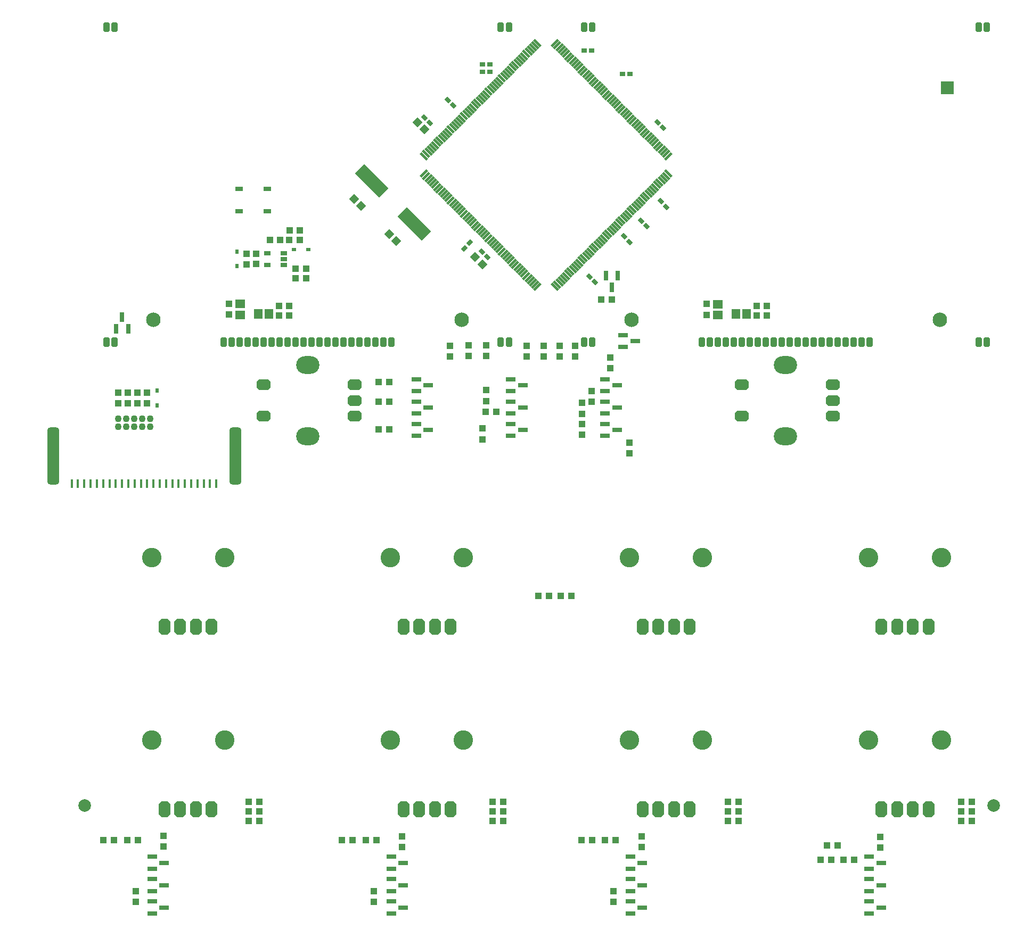
<source format=gbs>
G04*
G04 #@! TF.GenerationSoftware,Altium Limited,Altium Designer,22.1.2 (22)*
G04*
G04 Layer_Color=16711935*
%FSLAX44Y44*%
%MOMM*%
G71*
G04*
G04 #@! TF.SameCoordinates,E984ECC1-2850-43E0-9178-450474204A0E*
G04*
G04*
G04 #@! TF.FilePolarity,Negative*
G04*
G01*
G75*
%ADD29R,1.1016X1.0016*%
%ADD31C,2.0000*%
%ADD32R,2.0000X2.0000*%
%ADD33R,1.0016X1.1016*%
%ADD41R,1.4016X1.6016*%
%ADD42R,1.1016X1.1016*%
%ADD43C,2.3016*%
G04:AMPARAMS|DCode=44|XSize=1.0016mm|YSize=1.6016mm|CornerRadius=0mm|HoleSize=0mm|Usage=FLASHONLY|Rotation=180.000|XOffset=0mm|YOffset=0mm|HoleType=Round|Shape=Octagon|*
%AMOCTAGOND44*
4,1,8,0.2504,-0.8008,-0.2504,-0.8008,-0.5008,-0.5504,-0.5008,0.5504,-0.2504,0.8008,0.2504,0.8008,0.5008,0.5504,0.5008,-0.5504,0.2504,-0.8008,0.0*
%
%ADD44OCTAGOND44*%

G04:AMPARAMS|DCode=45|XSize=1.9016mm|YSize=2.6016mm|CornerRadius=0mm|HoleSize=0mm|Usage=FLASHONLY|Rotation=0.000|XOffset=0mm|YOffset=0mm|HoleType=Round|Shape=Octagon|*
%AMOCTAGOND45*
4,1,8,-0.4754,1.3008,0.4754,1.3008,0.9508,0.8254,0.9508,-0.8254,0.4754,-1.3008,-0.4754,-1.3008,-0.9508,-0.8254,-0.9508,0.8254,-0.4754,1.3008,0.0*
%
%ADD45OCTAGOND45*%

%ADD46C,3.1016*%
%ADD47C,1.1016*%
%ADD48O,3.7016X2.8016*%
G04:AMPARAMS|DCode=49|XSize=1.7016mm|YSize=2.2016mm|CornerRadius=0mm|HoleSize=0mm|Usage=FLASHONLY|Rotation=90.000|XOffset=0mm|YOffset=0mm|HoleType=Round|Shape=Octagon|*
%AMOCTAGOND49*
4,1,8,-1.1008,-0.4254,-1.1008,0.4254,-0.6754,0.8508,0.6754,0.8508,1.1008,0.4254,1.1008,-0.4254,0.6754,-0.8508,-0.6754,-0.8508,-1.1008,-0.4254,0.0*
%
%ADD49OCTAGOND49*%

G04:AMPARAMS|DCode=79|XSize=5.4991mm|YSize=2.1082mm|CornerRadius=0mm|HoleSize=0mm|Usage=FLASHONLY|Rotation=315.000|XOffset=0mm|YOffset=0mm|HoleType=Round|Shape=Rectangle|*
%AMROTATEDRECTD79*
4,1,4,-2.6896,1.1989,-1.1989,2.6896,2.6896,-1.1989,1.1989,-2.6896,-2.6896,1.1989,0.0*
%
%ADD79ROTATEDRECTD79*%

G04:AMPARAMS|DCode=85|XSize=9.1016mm|YSize=1.9016mm|CornerRadius=0.5008mm|HoleSize=0mm|Usage=FLASHONLY|Rotation=270.000|XOffset=0mm|YOffset=0mm|HoleType=Round|Shape=RoundedRectangle|*
%AMROUNDEDRECTD85*
21,1,9.1016,0.9000,0,0,270.0*
21,1,8.1000,1.9016,0,0,270.0*
1,1,1.0016,-0.4500,-4.0500*
1,1,1.0016,-0.4500,4.0500*
1,1,1.0016,0.4500,4.0500*
1,1,1.0016,0.4500,-4.0500*
%
%ADD85ROUNDEDRECTD85*%
%ADD86R,0.4016X1.4016*%
%ADD87R,1.6016X0.7016*%
%ADD88P,1.5579X4X90.0*%
G04:AMPARAMS|DCode=89|XSize=0.7016mm|YSize=0.9016mm|CornerRadius=0mm|HoleSize=0mm|Usage=FLASHONLY|Rotation=225.000|XOffset=0mm|YOffset=0mm|HoleType=Round|Shape=Rectangle|*
%AMROTATEDRECTD89*
4,1,4,-0.0707,0.5668,0.5668,-0.0707,0.0707,-0.5668,-0.5668,0.0707,-0.0707,0.5668,0.0*
%
%ADD89ROTATEDRECTD89*%

G04:AMPARAMS|DCode=90|XSize=0.7016mm|YSize=0.9016mm|CornerRadius=0mm|HoleSize=0mm|Usage=FLASHONLY|Rotation=315.000|XOffset=0mm|YOffset=0mm|HoleType=Round|Shape=Rectangle|*
%AMROTATEDRECTD90*
4,1,4,-0.5668,-0.0707,0.0707,0.5668,0.5668,0.0707,-0.0707,-0.5668,-0.5668,-0.0707,0.0*
%
%ADD90ROTATEDRECTD90*%

%ADD91R,0.9016X0.7016*%
%ADD92R,0.7016X1.6016*%
%ADD93R,1.6016X1.4016*%
%ADD94R,1.1016X1.1016*%
%ADD95R,1.1016X0.7016*%
G04:AMPARAMS|DCode=96|XSize=0.4016mm|YSize=1.5516mm|CornerRadius=0mm|HoleSize=0mm|Usage=FLASHONLY|Rotation=315.000|XOffset=0mm|YOffset=0mm|HoleType=Round|Shape=Rectangle|*
%AMROTATEDRECTD96*
4,1,4,-0.6906,-0.4066,0.4066,0.6906,0.6906,0.4066,-0.4066,-0.6906,-0.6906,-0.4066,0.0*
%
%ADD96ROTATEDRECTD96*%

G04:AMPARAMS|DCode=97|XSize=0.4016mm|YSize=1.5516mm|CornerRadius=0mm|HoleSize=0mm|Usage=FLASHONLY|Rotation=45.000|XOffset=0mm|YOffset=0mm|HoleType=Round|Shape=Rectangle|*
%AMROTATEDRECTD97*
4,1,4,0.4066,-0.6906,-0.6906,0.4066,-0.4066,0.6906,0.6906,-0.4066,0.4066,-0.6906,0.0*
%
%ADD97ROTATEDRECTD97*%

%ADD98R,0.5516X0.8016*%
%ADD99R,1.2016X0.8016*%
%ADD100R,0.8016X0.5516*%
D29*
X527793Y66920D02*
D03*
Y49920D02*
D03*
X908126Y66802D02*
D03*
Y49802D02*
D03*
X1287793Y66233D02*
D03*
Y49233D02*
D03*
X147793Y67597D02*
D03*
Y50597D02*
D03*
X858190Y828635D02*
D03*
Y811635D02*
D03*
X725175Y847883D02*
D03*
Y830883D02*
D03*
X802652Y847883D02*
D03*
Y830883D02*
D03*
X777808Y847883D02*
D03*
Y830883D02*
D03*
X752807Y847493D02*
D03*
Y830492D02*
D03*
X661221Y848531D02*
D03*
Y831532D02*
D03*
X633400Y848143D02*
D03*
Y831143D02*
D03*
X603843Y847883D02*
D03*
Y830883D02*
D03*
X75870Y773040D02*
D03*
Y756040D02*
D03*
X104243Y-20147D02*
D03*
Y-37147D02*
D03*
X121590Y773040D02*
D03*
Y756040D02*
D03*
X280455Y994342D02*
D03*
X280455Y977342D02*
D03*
X482296Y-20150D02*
D03*
Y-37150D02*
D03*
X813796Y706310D02*
D03*
Y723310D02*
D03*
X813526Y739530D02*
D03*
Y756530D02*
D03*
X829110Y775580D02*
D03*
Y758580D02*
D03*
X889163Y676559D02*
D03*
Y693559D02*
D03*
X1011860Y897010D02*
D03*
Y914010D02*
D03*
X91110Y773040D02*
D03*
Y756040D02*
D03*
X106350Y773040D02*
D03*
Y756040D02*
D03*
X252400Y897400D02*
D03*
Y914400D02*
D03*
X654990Y698890D02*
D03*
Y715890D02*
D03*
X661221Y759850D02*
D03*
Y776850D02*
D03*
X863270Y-20150D02*
D03*
Y-37150D02*
D03*
D31*
X1467790Y115570D02*
D03*
X22530D02*
D03*
D32*
X1394386Y1257996D02*
D03*
D33*
X1433440Y91440D02*
D03*
X1416440D02*
D03*
X1433440Y106620D02*
D03*
X1416440D02*
D03*
X1433440Y122340D02*
D03*
X1416440D02*
D03*
X1062727Y91440D02*
D03*
X1045727D02*
D03*
X1062727Y106620D02*
D03*
X1045727D02*
D03*
X1062727Y122340D02*
D03*
X1045727D02*
D03*
X687950Y91440D02*
D03*
X670950D02*
D03*
X687950Y106620D02*
D03*
X670950D02*
D03*
X687950Y122340D02*
D03*
X670950D02*
D03*
X300302Y91367D02*
D03*
X283302D02*
D03*
X300302Y106617D02*
D03*
X283302D02*
D03*
X300302Y122342D02*
D03*
X283302D02*
D03*
X90230Y60960D02*
D03*
X107230D02*
D03*
X358315Y970222D02*
D03*
X375315D02*
D03*
X507280Y789940D02*
D03*
X490280D02*
D03*
X677121Y742857D02*
D03*
X660120D02*
D03*
X860892Y920750D02*
D03*
X843892D02*
D03*
X1219750Y52070D02*
D03*
X1202750D02*
D03*
X1246420Y29210D02*
D03*
X1229420D02*
D03*
X69130Y60960D02*
D03*
X52130D02*
D03*
X348040Y1015942D02*
D03*
X365040D02*
D03*
X358315Y954982D02*
D03*
X375315D02*
D03*
X448860Y60960D02*
D03*
X431860D02*
D03*
X469960D02*
D03*
X486960D02*
D03*
X507280Y714795D02*
D03*
X490280D02*
D03*
X507280Y758800D02*
D03*
X490280D02*
D03*
X761280Y449580D02*
D03*
X744280D02*
D03*
X779822Y449580D02*
D03*
X796822D02*
D03*
X829860Y60960D02*
D03*
X812860D02*
D03*
X850306D02*
D03*
X867307D02*
D03*
X1209590Y29210D02*
D03*
X1192590D02*
D03*
D41*
X298510Y897890D02*
D03*
X315510D02*
D03*
X1057970D02*
D03*
X1074970D02*
D03*
D42*
X332030Y910590D02*
D03*
X348030D02*
D03*
X348540Y1031240D02*
D03*
X364540D02*
D03*
X1091490Y910590D02*
D03*
X1107490D02*
D03*
X332030Y895350D02*
D03*
X348030D02*
D03*
X317285Y1015942D02*
D03*
X333285D02*
D03*
X1091490Y895350D02*
D03*
X1107490D02*
D03*
D43*
X132163Y888597D02*
D03*
X622163D02*
D03*
X1382163D02*
D03*
X892163D02*
D03*
D44*
X57113Y1354847D02*
D03*
X69913D02*
D03*
X697213Y853847D02*
D03*
X684413D02*
D03*
X510513D02*
D03*
X243813D02*
D03*
X256513D02*
D03*
X269213D02*
D03*
X281913D02*
D03*
X294613D02*
D03*
X307313D02*
D03*
X320013D02*
D03*
X332713D02*
D03*
X345413D02*
D03*
X358113D02*
D03*
X370813D02*
D03*
X383513D02*
D03*
X396213D02*
D03*
X408913D02*
D03*
X421613D02*
D03*
X434313D02*
D03*
X447013D02*
D03*
X459713D02*
D03*
X472413D02*
D03*
X485113D02*
D03*
X497813D02*
D03*
X69913D02*
D03*
X57113D02*
D03*
X684413Y1354847D02*
D03*
X697213D02*
D03*
X1457213D02*
D03*
X1444413D02*
D03*
X817113Y853847D02*
D03*
X829913D02*
D03*
X1257813D02*
D03*
X1245113D02*
D03*
X1232413D02*
D03*
X1219713D02*
D03*
X1207013D02*
D03*
X1194313D02*
D03*
X1181613D02*
D03*
X1168913D02*
D03*
X1156213D02*
D03*
X1143513D02*
D03*
X1130813D02*
D03*
X1118113D02*
D03*
X1105413D02*
D03*
X1092713D02*
D03*
X1080013D02*
D03*
X1067313D02*
D03*
X1054613D02*
D03*
X1041913D02*
D03*
X1029213D02*
D03*
X1016513D02*
D03*
X1003813D02*
D03*
X1270513D02*
D03*
X1444413D02*
D03*
X1457213D02*
D03*
X829913Y1354847D02*
D03*
X817113D02*
D03*
D45*
X224663Y400347D02*
D03*
X199663D02*
D03*
X174663D02*
D03*
X149663D02*
D03*
D03*
X224663Y110347D02*
D03*
X199663D02*
D03*
X174663D02*
D03*
X149663D02*
D03*
D03*
X604663D02*
D03*
X579663D02*
D03*
X554663D02*
D03*
X529663D02*
D03*
D03*
X604663Y400347D02*
D03*
X579663D02*
D03*
X554663D02*
D03*
X529663D02*
D03*
D03*
X984663Y110347D02*
D03*
X959663D02*
D03*
X934663D02*
D03*
X909663D02*
D03*
D03*
X984663Y400347D02*
D03*
X959663D02*
D03*
X934663D02*
D03*
X909663D02*
D03*
D03*
X1289663Y110347D02*
D03*
D03*
X1314663D02*
D03*
X1339663D02*
D03*
X1364663D02*
D03*
X1364663Y400347D02*
D03*
X1339663D02*
D03*
X1314663D02*
D03*
X1289663D02*
D03*
D03*
D46*
X129163Y510347D02*
D03*
X245163D02*
D03*
X129163Y220347D02*
D03*
X245163D02*
D03*
X509163D02*
D03*
X625163D02*
D03*
X509163Y510347D02*
D03*
X625163D02*
D03*
X889163Y220347D02*
D03*
X1005163D02*
D03*
X889163Y510347D02*
D03*
X1005163D02*
D03*
X1385163Y220347D02*
D03*
X1269163D02*
D03*
X1269163Y510347D02*
D03*
X1385163D02*
D03*
D47*
X126670Y731520D02*
D03*
X113970D02*
D03*
X101270D02*
D03*
X88570D02*
D03*
X75870Y718820D02*
D03*
Y731520D02*
D03*
X88570Y718820D02*
D03*
X101270D02*
D03*
X113970D02*
D03*
X126670D02*
D03*
D48*
X377163Y817347D02*
D03*
Y703347D02*
D03*
X1137163Y817347D02*
D03*
Y703347D02*
D03*
D49*
X307163Y785347D02*
D03*
Y735347D02*
D03*
X452163Y785347D02*
D03*
Y760347D02*
D03*
Y735347D02*
D03*
X1067163Y785347D02*
D03*
Y735347D02*
D03*
X1212163Y785347D02*
D03*
Y760347D02*
D03*
Y735347D02*
D03*
D79*
X546651Y1041789D02*
D03*
X478849Y1109591D02*
D03*
D85*
X262184Y671975D02*
D03*
X-27344D02*
D03*
D86*
X232156Y628645D02*
D03*
X222156D02*
D03*
X212156Y628645D02*
D03*
X202156D02*
D03*
X192156Y628645D02*
D03*
X182156D02*
D03*
X172156D02*
D03*
X162156D02*
D03*
X152156D02*
D03*
X142156Y628645D02*
D03*
X132156Y628645D02*
D03*
X122156D02*
D03*
X112156Y628645D02*
D03*
X102156D02*
D03*
X92156Y628645D02*
D03*
X82156D02*
D03*
X72156D02*
D03*
X62156D02*
D03*
X52156D02*
D03*
X42156D02*
D03*
X32156D02*
D03*
X22156D02*
D03*
X12156D02*
D03*
X2156Y628645D02*
D03*
D87*
X149240Y-46260D02*
D03*
X130240Y-36760D02*
D03*
Y-55760D02*
D03*
X149240Y-10700D02*
D03*
X130240Y-1200D02*
D03*
Y-20200D02*
D03*
X149240Y24860D02*
D03*
X130240Y34360D02*
D03*
Y15360D02*
D03*
X719240Y713740D02*
D03*
X700240Y723240D02*
D03*
Y704240D02*
D03*
X719240Y749300D02*
D03*
X700240Y758800D02*
D03*
Y739800D02*
D03*
X719240Y784860D02*
D03*
X700240Y794360D02*
D03*
Y775360D02*
D03*
X1289240Y-46260D02*
D03*
X1270240Y-36760D02*
D03*
Y-55760D02*
D03*
X1289240Y-10700D02*
D03*
X1270240Y-1200D02*
D03*
Y-20200D02*
D03*
X1289240Y24860D02*
D03*
X1270240Y34360D02*
D03*
Y15360D02*
D03*
X529240Y-46260D02*
D03*
X510240Y-36760D02*
D03*
Y-55760D02*
D03*
X529240Y24860D02*
D03*
X510240Y34360D02*
D03*
Y15360D02*
D03*
X569240Y784860D02*
D03*
X550240Y794360D02*
D03*
Y775360D02*
D03*
X569240Y749300D02*
D03*
X550240Y758800D02*
D03*
Y739800D02*
D03*
X869240Y784860D02*
D03*
X850240Y794360D02*
D03*
Y775360D02*
D03*
X869240Y749300D02*
D03*
X850240Y758800D02*
D03*
Y739800D02*
D03*
X897898Y855068D02*
D03*
X878898Y864568D02*
D03*
Y845568D02*
D03*
X909240Y-46260D02*
D03*
X890240Y-36760D02*
D03*
Y-55760D02*
D03*
X909240Y24860D02*
D03*
X890240Y34360D02*
D03*
Y15360D02*
D03*
X529240Y-10700D02*
D03*
X510240Y-1200D02*
D03*
Y-20200D02*
D03*
X569240Y713740D02*
D03*
X550240Y723240D02*
D03*
Y704240D02*
D03*
X869240Y713740D02*
D03*
X850240Y723240D02*
D03*
Y704240D02*
D03*
X909240Y-10700D02*
D03*
X890240Y-1200D02*
D03*
Y-20200D02*
D03*
D88*
X451213Y1081347D02*
D03*
X462527Y1070033D02*
D03*
X507093Y1025467D02*
D03*
X518407Y1014153D02*
D03*
X562857Y1191953D02*
D03*
X551543Y1203267D02*
D03*
X643643Y988637D02*
D03*
X654957Y977323D02*
D03*
D89*
X571603Y1202257D02*
D03*
X563117Y1210743D02*
D03*
X608906Y1229956D02*
D03*
X600421Y1238441D02*
D03*
X663043Y988537D02*
D03*
X654557Y997022D02*
D03*
X825170Y957580D02*
D03*
X833655Y949095D02*
D03*
X880786Y1021513D02*
D03*
X889271Y1013027D02*
D03*
X907734Y1046219D02*
D03*
X916219Y1037734D02*
D03*
X939037Y1077393D02*
D03*
X947523Y1068907D02*
D03*
X933957Y1203123D02*
D03*
X942443Y1194637D02*
D03*
D90*
X635103Y1011353D02*
D03*
X626617Y1002867D02*
D03*
D91*
X667407Y1295400D02*
D03*
X655407D02*
D03*
X816630Y1316990D02*
D03*
X828630D02*
D03*
X889740Y1280160D02*
D03*
X877740D02*
D03*
X667340Y1283696D02*
D03*
X655340D02*
D03*
D92*
X851438Y959460D02*
D03*
X870437D02*
D03*
X860938Y940460D02*
D03*
X82453Y893420D02*
D03*
X72953Y874420D02*
D03*
X91953D02*
D03*
D93*
X270180Y914010D02*
D03*
Y897010D02*
D03*
X1029213Y913620D02*
D03*
Y896620D02*
D03*
D94*
X295695Y977842D02*
D03*
Y993842D02*
D03*
D95*
X339175Y994961D02*
D03*
Y985461D02*
D03*
X339175Y975961D02*
D03*
X313175D02*
D03*
X313175Y994961D02*
D03*
D96*
X742625Y941102D02*
D03*
X739089Y944638D02*
D03*
X735554Y948174D02*
D03*
X732018Y951709D02*
D03*
X728483Y955245D02*
D03*
X724947Y958780D02*
D03*
X721412Y962316D02*
D03*
X717876Y965851D02*
D03*
X714340Y969387D02*
D03*
X710805Y972922D02*
D03*
X707269Y976458D02*
D03*
X703734Y979993D02*
D03*
X700198Y983529D02*
D03*
X696663Y987064D02*
D03*
X693127Y990600D02*
D03*
X689592Y994135D02*
D03*
X686056Y997671D02*
D03*
X682521Y1001207D02*
D03*
X678985Y1004742D02*
D03*
X675450Y1008278D02*
D03*
X671914Y1011813D02*
D03*
X668378Y1015349D02*
D03*
X664843Y1018884D02*
D03*
X661307Y1022420D02*
D03*
X657772Y1025955D02*
D03*
X654236Y1029491D02*
D03*
X650701Y1033026D02*
D03*
X647165Y1036562D02*
D03*
X643630Y1040097D02*
D03*
X640094Y1043633D02*
D03*
X636559Y1047168D02*
D03*
X633023Y1050704D02*
D03*
X629488Y1054240D02*
D03*
X625952Y1057775D02*
D03*
X622416Y1061311D02*
D03*
X618881Y1064846D02*
D03*
X615345Y1068382D02*
D03*
X611810Y1071917D02*
D03*
X608274Y1075453D02*
D03*
X604739Y1078988D02*
D03*
X601203Y1082524D02*
D03*
X597668Y1086059D02*
D03*
X594132Y1089595D02*
D03*
X590597Y1093130D02*
D03*
X587061Y1096666D02*
D03*
X583526Y1100201D02*
D03*
X579990Y1103737D02*
D03*
X576455Y1107272D02*
D03*
X572919Y1110808D02*
D03*
X569384Y1114344D02*
D03*
X565848Y1117879D02*
D03*
X562312Y1121415D02*
D03*
X770555Y1329658D02*
D03*
X774091Y1326122D02*
D03*
X777626Y1322587D02*
D03*
X781162Y1319051D02*
D03*
X784697Y1315515D02*
D03*
X788233Y1311980D02*
D03*
X791768Y1308444D02*
D03*
X795304Y1304909D02*
D03*
X798840Y1301373D02*
D03*
X802375Y1297838D02*
D03*
X805911Y1294302D02*
D03*
X809446Y1290767D02*
D03*
X812982Y1287231D02*
D03*
X816517Y1283696D02*
D03*
X820053Y1280160D02*
D03*
X823588Y1276625D02*
D03*
X827124Y1273089D02*
D03*
X830659Y1269554D02*
D03*
X834195Y1266018D02*
D03*
X837730Y1262482D02*
D03*
X841266Y1258947D02*
D03*
X844802Y1255411D02*
D03*
X848337Y1251876D02*
D03*
X851873Y1248340D02*
D03*
X855408Y1244805D02*
D03*
X858944Y1241269D02*
D03*
X862479Y1237734D02*
D03*
X866015Y1234198D02*
D03*
X869550Y1230663D02*
D03*
X873086Y1227127D02*
D03*
X876621Y1223592D02*
D03*
X880157Y1220056D02*
D03*
X883692Y1216520D02*
D03*
X887228Y1212985D02*
D03*
X890763Y1209449D02*
D03*
X894299Y1205914D02*
D03*
X897835Y1202378D02*
D03*
X901370Y1198843D02*
D03*
X904906Y1195307D02*
D03*
X908441Y1191772D02*
D03*
X911977Y1188236D02*
D03*
X915512Y1184701D02*
D03*
X919048Y1181165D02*
D03*
X922583Y1177630D02*
D03*
X926119Y1174094D02*
D03*
X929654Y1170558D02*
D03*
X933190Y1167023D02*
D03*
X936725Y1163487D02*
D03*
X940261Y1159952D02*
D03*
X943796Y1156416D02*
D03*
X947332Y1152881D02*
D03*
X950868Y1149345D02*
D03*
D97*
X562312D02*
D03*
X565848Y1152881D02*
D03*
X569384Y1156416D02*
D03*
X572919Y1159952D02*
D03*
X576455Y1163487D02*
D03*
X579990Y1167023D02*
D03*
X583526Y1170558D02*
D03*
X587061Y1174094D02*
D03*
X590597Y1177630D02*
D03*
X594132Y1181165D02*
D03*
X597668Y1184701D02*
D03*
X601203Y1188236D02*
D03*
X604739Y1191772D02*
D03*
X608274Y1195307D02*
D03*
X611810Y1198843D02*
D03*
X615345Y1202378D02*
D03*
X618881Y1205914D02*
D03*
X622416Y1209449D02*
D03*
X625952Y1212985D02*
D03*
X629488Y1216520D02*
D03*
X633023Y1220056D02*
D03*
X636559Y1223592D02*
D03*
X640094Y1227127D02*
D03*
X643630Y1230663D02*
D03*
X647165Y1234198D02*
D03*
X650701Y1237734D02*
D03*
X654236Y1241269D02*
D03*
X657772Y1244805D02*
D03*
X661307Y1248340D02*
D03*
X664843Y1251876D02*
D03*
X668378Y1255411D02*
D03*
X671914Y1258947D02*
D03*
X675450Y1262482D02*
D03*
X678985Y1266018D02*
D03*
X682521Y1269554D02*
D03*
X686056Y1273089D02*
D03*
X689592Y1276625D02*
D03*
X693127Y1280160D02*
D03*
X696663Y1283696D02*
D03*
X700198Y1287231D02*
D03*
X703734Y1290767D02*
D03*
X707269Y1294302D02*
D03*
X710805Y1297838D02*
D03*
X714340Y1301373D02*
D03*
X717876Y1304909D02*
D03*
X721412Y1308444D02*
D03*
X724947Y1311980D02*
D03*
X728483Y1315515D02*
D03*
X732018Y1319051D02*
D03*
X735554Y1322587D02*
D03*
X739089Y1326122D02*
D03*
X742625Y1329658D02*
D03*
X950868Y1121415D02*
D03*
X947332Y1117879D02*
D03*
X943796Y1114344D02*
D03*
X940261Y1110808D02*
D03*
X936725Y1107272D02*
D03*
X933190Y1103737D02*
D03*
X929654Y1100201D02*
D03*
X926119Y1096666D02*
D03*
X922583Y1093130D02*
D03*
X919048Y1089595D02*
D03*
X915512Y1086059D02*
D03*
X911977Y1082524D02*
D03*
X908441Y1078988D02*
D03*
X904906Y1075453D02*
D03*
X901370Y1071917D02*
D03*
X897835Y1068382D02*
D03*
X894299Y1064846D02*
D03*
X890763Y1061311D02*
D03*
X887228Y1057775D02*
D03*
X883692Y1054240D02*
D03*
X880157Y1050704D02*
D03*
X876621Y1047168D02*
D03*
X873086Y1043633D02*
D03*
X869550Y1040097D02*
D03*
X866015Y1036562D02*
D03*
X862479Y1033026D02*
D03*
X858944Y1029491D02*
D03*
X855408Y1025955D02*
D03*
X851873Y1022420D02*
D03*
X848337Y1018884D02*
D03*
X844802Y1015349D02*
D03*
X841266Y1011813D02*
D03*
X837730Y1008278D02*
D03*
X834195Y1004742D02*
D03*
X830659Y1001207D02*
D03*
X827124Y997671D02*
D03*
X823588Y994135D02*
D03*
X820053Y990600D02*
D03*
X816517Y987064D02*
D03*
X812982Y983529D02*
D03*
X809446Y979993D02*
D03*
X805911Y976458D02*
D03*
X802375Y972922D02*
D03*
X798840Y969387D02*
D03*
X795304Y965851D02*
D03*
X791768Y962316D02*
D03*
X788233Y958780D02*
D03*
X784697Y955245D02*
D03*
X781162Y951709D02*
D03*
X777626Y948174D02*
D03*
X774091Y944638D02*
D03*
X770555Y941102D02*
D03*
D98*
X137709Y776040D02*
D03*
Y753040D02*
D03*
X265215Y997342D02*
D03*
X265215Y974342D02*
D03*
D99*
X312775Y1097000D02*
D03*
X268276D02*
D03*
Y1062000D02*
D03*
X312775D02*
D03*
D100*
X355315Y1000702D02*
D03*
X378315Y1000702D02*
D03*
M02*

</source>
